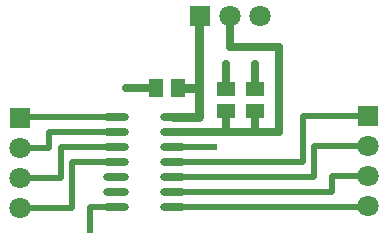
<source format=gtl>
G04*
G04 #@! TF.GenerationSoftware,Altium Limited,Altium Designer,24.5.2 (23)*
G04*
G04 Layer_Physical_Order=1*
G04 Layer_Color=255*
%FSLAX25Y25*%
%MOIN*%
G70*
G04*
G04 #@! TF.SameCoordinates,01A352D6-3B51-4183-BB44-945251ACD641*
G04*
G04*
G04 #@! TF.FilePolarity,Positive*
G04*
G01*
G75*
%ADD16O,0.08661X0.02362*%
%ADD17R,0.05118X0.05906*%
%ADD18R,0.05906X0.05118*%
%ADD27C,0.02500*%
%ADD28C,0.03000*%
%ADD29C,0.02000*%
%ADD30R,0.07087X0.07087*%
%ADD31C,0.07087*%
%ADD32R,0.07087X0.07087*%
%ADD33C,0.02800*%
%ADD34C,0.02400*%
D16*
X46063Y55118D02*
D03*
Y50118D02*
D03*
Y45118D02*
D03*
Y40118D02*
D03*
Y35118D02*
D03*
Y30118D02*
D03*
Y25118D02*
D03*
X64961Y55118D02*
D03*
Y50118D02*
D03*
Y45118D02*
D03*
Y40118D02*
D03*
Y35118D02*
D03*
Y30118D02*
D03*
Y25118D02*
D03*
D17*
X66732Y64961D02*
D03*
X59252D02*
D03*
D18*
X82677Y57284D02*
D03*
Y64764D02*
D03*
X92520Y57284D02*
D03*
Y64764D02*
D03*
D27*
X84000Y78740D02*
X100394D01*
X84000D02*
Y89000D01*
X92520Y64764D02*
Y72835D01*
X82677Y64764D02*
Y72835D01*
X49213Y64961D02*
X59252D01*
X100394Y50118D02*
Y78740D01*
X92520Y50118D02*
X100394D01*
X92520D02*
Y57284D01*
X82677Y50118D02*
X92520D01*
X82677D02*
Y57284D01*
X64961Y50118D02*
X82677D01*
D28*
X73740Y64961D02*
Y89000D01*
X74000D01*
X73740Y55118D02*
Y64961D01*
X66732D02*
X73740D01*
X64961Y55118D02*
X73740D01*
D29*
X64961Y45118D02*
X78740D01*
X37402Y17717D02*
Y25118D01*
X46063D01*
X108268Y55590D02*
X129921D01*
X108268Y40118D02*
Y55590D01*
X64961Y40118D02*
X108268D01*
X112205Y45591D02*
X129921D01*
X112205Y35118D02*
Y45591D01*
X64961Y35118D02*
X112205D01*
X118110Y30118D02*
Y35591D01*
X129921D01*
X64961Y30118D02*
X118110D01*
X64961Y25118D02*
X129921D01*
Y25591D01*
X31496Y40118D02*
X46063D01*
X31496Y25000D02*
Y40118D01*
X14000Y25000D02*
X31496D01*
X27559Y45118D02*
X46063D01*
X27559Y35000D02*
Y45118D01*
X14000Y35000D02*
X27559D01*
X23622Y50118D02*
X46063D01*
X23622Y45000D02*
Y50118D01*
X14000Y45000D02*
X23622D01*
X14000D02*
Y45276D01*
X14118Y55118D02*
X46063D01*
X14000Y55000D02*
X14118Y55118D01*
D30*
X74000Y89000D02*
D03*
D31*
X94000D02*
D03*
X84000D02*
D03*
X129921Y45591D02*
D03*
Y35591D02*
D03*
Y25591D02*
D03*
X14000Y45000D02*
D03*
Y35000D02*
D03*
Y25000D02*
D03*
D32*
X129921Y55590D02*
D03*
X14000Y55000D02*
D03*
D33*
X49213Y64961D02*
D03*
X92520Y72835D02*
D03*
X82677D02*
D03*
D34*
X78740Y45118D02*
D03*
X37402Y17717D02*
D03*
M02*

</source>
